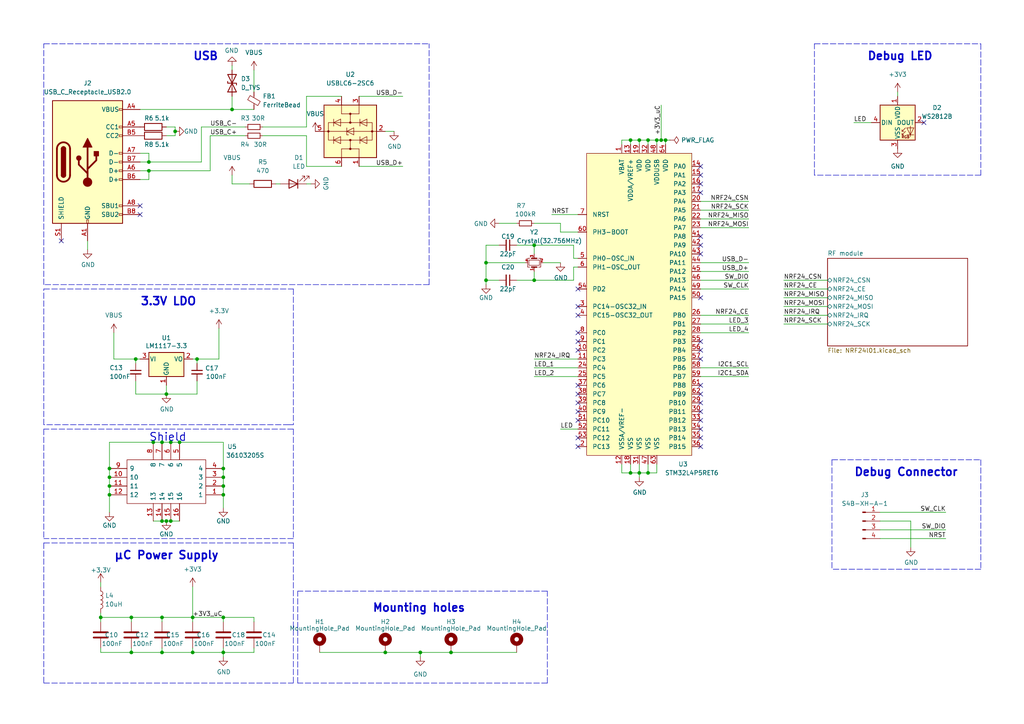
<source format=kicad_sch>
(kicad_sch (version 20211123) (generator eeschema)
  (paper "A4")
  (lib_symbols
    (symbol "36103205S:36103205S" (pin_names (offset 0.762))
      (property "Reference" "U" (at 19.05 12.7 0))
      (property "Value" "36103205S" (at 19.05 10.16 0))
      (symbol "36103205S_0_0"
        (pin passive line (at 7.62 -20.32 90) (length 5.08) (name "1") (number "1"))
        (pin passive line (at 12.7 12.7 270) (length 5.08) (name "10") (number "10"))
        (pin passive line (at 10.16 12.7 270) (length 5.08) (name "11") (number "11"))
        (pin passive line (at 7.62 12.7 270) (length 5.08) (name "12") (number "12"))
        (pin passive line (at 0 0 0) (length 5.08) (name "13") (number "13"))
        (pin passive line (at 0 -2.54 0) (length 5.08) (name "14") (number "14"))
        (pin passive line (at 0 -5.08 0) (length 5.08) (name "15") (number "15"))
        (pin passive line (at 0 -7.62 0) (length 5.08) (name "16") (number "16"))
        (pin passive line (at 10.16 -20.32 90) (length 5.08) (name "2") (number "2"))
        (pin passive line (at 12.7 -20.32 90) (length 5.08) (name "3") (number "3"))
        (pin passive line (at 15.24 -20.32 90) (length 5.08) (name "4") (number "4"))
        (pin passive line (at 22.86 -7.62 180) (length 5.08) (name "5") (number "5"))
        (pin passive line (at 22.86 -5.08 180) (length 5.08) (name "6") (number "6"))
        (pin passive line (at 22.86 -2.54 180) (length 5.08) (name "7") (number "7"))
        (pin passive line (at 22.86 0 180) (length 5.08) (name "8") (number "8"))
        (pin passive line (at 15.24 12.7 270) (length 5.08) (name "9") (number "9"))
      )
    )
    (symbol "Connector:Conn_01x04_Male" (pin_names (offset 1.016) hide)
      (property "Reference" "J" (at 0 5.08 0))
      (property "Value" "Conn_01x04_Male" (at 0 -7.62 0))
      (symbol "Conn_01x04_Male_1_1"
        (pin passive line (at 5.08 2.54 180) (length 3.81) (name "Pin_1") (number "1"))
        (pin passive line (at 5.08 0 180) (length 3.81) (name "Pin_2") (number "2"))
        (pin passive line (at 5.08 -2.54 180) (length 3.81) (name "Pin_3") (number "3"))
        (pin passive line (at 5.08 -5.08 180) (length 3.81) (name "Pin_4") (number "4"))
      )
    )
    (symbol "Connector:USB_C_Receptacle_USB2.0" (pin_names (offset 1.016))
      (property "Reference" "J" (at -10.16 19.05 0))
      (property "Value" "USB_C_Receptacle_USB2.0" (at 19.05 19.05 0))
      (symbol "USB_C_Receptacle_USB2.0_1_1"
        (pin passive line (at 0 -22.86 90) (length 5.08) (name "GND") (number "A1"))
        (pin passive line (at 0 -22.86 90) (length 5.08) hide (name "GND") (number "A12"))
        (pin passive line (at 15.24 15.24 180) (length 5.08) (name "VBUS") (number "A4"))
        (pin bidirectional line (at 15.24 10.16 180) (length 5.08) (name "CC1") (number "A5"))
        (pin bidirectional line (at 15.24 -2.54 180) (length 5.08) (name "D+") (number "A6"))
        (pin bidirectional line (at 15.24 2.54 180) (length 5.08) (name "D-") (number "A7"))
        (pin bidirectional line (at 15.24 -12.7 180) (length 5.08) (name "SBU1") (number "A8"))
        (pin passive line (at 15.24 15.24 180) (length 5.08) hide (name "VBUS") (number "A9"))
        (pin passive line (at 0 -22.86 90) (length 5.08) hide (name "GND") (number "B1"))
        (pin passive line (at 0 -22.86 90) (length 5.08) hide (name "GND") (number "B12"))
        (pin passive line (at 15.24 15.24 180) (length 5.08) hide (name "VBUS") (number "B4"))
        (pin bidirectional line (at 15.24 7.62 180) (length 5.08) (name "CC2") (number "B5"))
        (pin bidirectional line (at 15.24 -5.08 180) (length 5.08) (name "D+") (number "B6"))
        (pin bidirectional line (at 15.24 0 180) (length 5.08) (name "D-") (number "B7"))
        (pin bidirectional line (at 15.24 -15.24 180) (length 5.08) (name "SBU2") (number "B8"))
        (pin passive line (at 15.24 15.24 180) (length 5.08) hide (name "VBUS") (number "B9"))
        (pin passive line (at -7.62 -22.86 90) (length 5.08) (name "SHIELD") (number "S1"))
      )
    )
    (symbol "Device:C" (pin_numbers hide) (pin_names (offset 0.254))
      (property "Reference" "C" (at 0.635 2.54 0))
      (property "Value" "C" (at 0.635 -2.54 0))
      (symbol "C_1_1"
        (pin passive line (at 0 3.81 270) (length 2.794) (name "~") (number "1"))
        (pin passive line (at 0 -3.81 90) (length 2.794) (name "~") (number "2"))
      )
    )
    (symbol "Device:C_Small" (pin_numbers hide) (pin_names (offset 0.254) hide)
      (property "Reference" "C" (at 0.254 1.778 0))
      (property "Value" "C_Small" (at 0.254 -2.032 0))
      (symbol "C_Small_1_1"
        (pin passive line (at 0 2.54 270) (length 2.032) (name "~") (number "1"))
        (pin passive line (at 0 -2.54 90) (length 2.032) (name "~") (number "2"))
      )
    )
    (symbol "Device:Crystal_GND24_Small" (pin_names (offset 1.016) hide)
      (property "Reference" "Y" (at 1.27 4.445 0))
      (property "Value" "Crystal_GND24_Small" (at 1.27 2.54 0))
      (symbol "Crystal_GND24_Small_1_1"
        (pin passive line (at -2.54 0 0) (length 1.27) (name "1") (number "1"))
        (pin passive line (at 0 -2.54 90) (length 0.635) (name "2") (number "2"))
        (pin passive line (at 2.54 0 180) (length 1.27) (name "3") (number "3"))
        (pin passive line (at 0 2.54 270) (length 0.635) (name "4") (number "4"))
      )
    )
    (symbol "Device:D_TVS" (pin_numbers hide) (pin_names (offset 1.016) hide)
      (property "Reference" "D" (at 0 2.54 0))
      (property "Value" "D_TVS" (at 0 -2.54 0))
      (symbol "D_TVS_1_1"
        (pin passive line (at -3.81 0 0) (length 2.54) (name "A1") (number "1"))
        (pin passive line (at 3.81 0 180) (length 2.54) (name "A2") (number "2"))
      )
    )
    (symbol "Device:FerriteBead_Small" (pin_numbers hide) (pin_names (offset 0))
      (property "Reference" "FB" (at 1.905 1.27 0))
      (property "Value" "FerriteBead_Small" (at 1.905 -1.27 0))
      (symbol "FerriteBead_Small_1_1"
        (pin passive line (at 0 2.54 270) (length 1.27) (name "~") (number "1"))
        (pin passive line (at 0 -2.54 90) (length 1.27) (name "~") (number "2"))
      )
    )
    (symbol "Device:L" (pin_numbers hide) (pin_names (offset 1.016) hide)
      (property "Reference" "L" (at -1.27 0 90))
      (property "Value" "L" (at 1.905 0 90))
      (symbol "L_1_1"
        (pin passive line (at 0 3.81 270) (length 1.27) (name "1") (number "1"))
        (pin passive line (at 0 -3.81 90) (length 1.27) (name "2") (number "2"))
      )
    )
    (symbol "Device:LED" (pin_numbers hide) (pin_names (offset 1.016) hide)
      (property "Reference" "D" (at 0 2.54 0))
      (property "Value" "LED" (at 0 -2.54 0))
      (symbol "LED_1_1"
        (pin passive line (at -3.81 0 0) (length 2.54) (name "K") (number "1"))
        (pin passive line (at 3.81 0 180) (length 2.54) (name "A") (number "2"))
      )
    )
    (symbol "Device:R" (pin_numbers hide) (pin_names (offset 0))
      (property "Reference" "R" (at 2.032 0 90))
      (property "Value" "R" (at 0 0 90))
      (symbol "R_1_1"
        (pin passive line (at 0 3.81 270) (length 1.27) (name "~") (number "1"))
        (pin passive line (at 0 -3.81 90) (length 1.27) (name "~") (number "2"))
      )
    )
    (symbol "Device:R_Small" (pin_numbers hide) (pin_names (offset 0.254) hide)
      (property "Reference" "R" (at 0.762 0.508 0))
      (property "Value" "R_Small" (at 0.762 -1.016 0))
      (symbol "R_Small_1_1"
        (pin passive line (at 0 2.54 270) (length 0.762) (name "~") (number "1"))
        (pin passive line (at 0 -2.54 90) (length 0.762) (name "~") (number "2"))
      )
    )
    (symbol "LED:WS2812B" (pin_names (offset 0.254))
      (property "Reference" "D" (at 5.08 5.715 0))
      (property "Value" "WS2812B" (at 1.27 -5.715 0))
      (symbol "WS2812B_0_0"
        (text "RGB" (at 2.286 -4.191 0) (effects (font (size 0.762 0.762))))
      )
      (symbol "WS2812B_1_1"
        (pin power_in line (at 0 7.62 270) (length 2.54) (name "VDD") (number "1"))
        (pin output line (at 7.62 0 180) (length 2.54) (name "DOUT") (number "2"))
        (pin power_in line (at 0 -7.62 90) (length 2.54) (name "VSS") (number "3"))
        (pin input line (at -7.62 0 0) (length 2.54) (name "DIN") (number "4"))
      )
    )
    (symbol "Mechanical:MountingHole_Pad" (pin_numbers hide) (pin_names (offset 1.016) hide)
      (property "Reference" "H" (at 0 6.35 0))
      (property "Value" "MountingHole_Pad" (at 0 4.445 0))
      (symbol "MountingHole_Pad_1_1"
        (pin input line (at 0 -2.54 90) (length 2.54) (name "1") (number "1"))
      )
    )
    (symbol "Power_Protection:USBLC6-2SC6" (pin_names hide)
      (property "Reference" "U" (at 2.54 8.89 0))
      (property "Value" "USBLC6-2SC6" (at 2.54 -8.89 0))
      (symbol "USBLC6-2SC6_1_1"
        (pin passive line (at -10.16 -2.54 0) (length 2.54) (name "I/O1") (number "1"))
        (pin passive line (at 0 -10.16 90) (length 2.54) (name "GND") (number "2"))
        (pin passive line (at 10.16 -2.54 180) (length 2.54) (name "I/O2") (number "3"))
        (pin passive line (at 10.16 2.54 180) (length 2.54) (name "I/O2") (number "4"))
        (pin passive line (at 0 10.16 270) (length 2.54) (name "VBUS") (number "5"))
        (pin passive line (at -10.16 2.54 0) (length 2.54) (name "I/O1") (number "6"))
      )
    )
    (symbol "Regulator_Linear:LM1117-3.3" (pin_names (offset 0.254))
      (property "Reference" "U" (at -3.81 3.175 0))
      (property "Value" "LM1117-3.3" (at 0 3.175 0))
      (symbol "LM1117-3.3_1_1"
        (pin power_in line (at 0 -7.62 90) (length 2.54) (name "GND") (number "1"))
        (pin power_out line (at 7.62 0 180) (length 2.54) (name "VO") (number "2"))
        (pin power_in line (at -7.62 0 0) (length 2.54) (name "VI") (number "3"))
      )
    )
    (symbol "power:+3.3V" (power) (pin_names (offset 0))
      (property "Value" "+3.3V" (at 0 3.556 0))
      (symbol "+3.3V_1_1"
        (pin power_in line (at 0 0 90) (length 0) hide (name "+3.3V") (number "1"))
      )
    )
    (symbol "power:+3V3" (power) (pin_names (offset 0))
      (property "Value" "+3V3" (at 0 3.556 0))
      (symbol "+3V3_1_1"
        (pin power_in line (at 0 0 90) (length 0) hide (name "+3V3") (number "1"))
      )
    )
    (symbol "power:GND" (power) (pin_names (offset 0))
      (property "Value" "GND" (at 0 -3.81 0))
      (symbol "GND_1_1"
        (pin power_in line (at 0 0 270) (length 0) hide (name "GND") (number "1"))
      )
    )
    (symbol "power:PWR_FLAG" (power) (pin_numbers hide) (pin_names (offset 0) hide)
      (property "Value" "PWR_FLAG" (at 0 3.81 0))
      (symbol "PWR_FLAG_0_0"
        (pin power_out line (at 0 0 90) (length 0) (name "pwr") (number "1"))
      )
    )
    (symbol "power:VBUS" (power) (pin_names (offset 0))
      (property "Value" "VBUS" (at 0 3.81 0))
      (symbol "VBUS_1_1"
        (pin power_in line (at 0 0 90) (length 0) hide (name "VBUS") (number "1"))
      )
    )
    (symbol "telemetria_receiver_2022-rescue:STM32L4P5RET6-STM32L4P5RET6" (pin_names (offset 1.6256))
      (property "Reference" "U" (at 0 -55.88 0))
      (property "Value" "STM32L4P5RET6-STM32L4P5RET6" (at 0 -59.69 0))
      (symbol "STM32L4P5RET6-STM32L4P5RET6_0_0"
        (pin power_in line (at -5.08 44.45 270) (length 2.54) (name "VBAT") (number "1"))
        (pin bidirectional line (at -17.78 -15.24 0) (length 2.54) (name "PC2") (number "10"))
        (pin bidirectional line (at -17.78 -17.78 0) (length 2.54) (name "PC3") (number "11"))
        (pin power_in line (at -5.08 -48.26 90) (length 2.54) (name "VSSA/VREF-") (number "12"))
        (pin power_in line (at -2.54 44.45 270) (length 2.54) (name "VDDA/VREF+") (number "13"))
        (pin bidirectional line (at 17.78 38.1 180) (length 2.54) (name "PA0") (number "14"))
        (pin bidirectional line (at 17.78 35.56 180) (length 2.54) (name "PA1") (number "15"))
        (pin bidirectional line (at 17.78 33.02 180) (length 2.54) (name "PA2") (number "16"))
        (pin bidirectional line (at 17.78 30.48 180) (length 2.54) (name "PA3") (number "17"))
        (pin power_in line (at -2.54 -48.26 90) (length 2.54) (name "VSS") (number "18"))
        (pin power_in line (at 0 44.45 270) (length 2.54) (name "VDD") (number "19"))
        (pin bidirectional line (at -17.78 -43.18 0) (length 2.54) (name "PC13") (number "2"))
        (pin bidirectional line (at 17.78 27.94 180) (length 2.54) (name "PA4") (number "20"))
        (pin bidirectional line (at 17.78 25.4 180) (length 2.54) (name "PA5") (number "21"))
        (pin bidirectional line (at 17.78 22.86 180) (length 2.54) (name "PA6") (number "22"))
        (pin bidirectional line (at 17.78 20.32 180) (length 2.54) (name "PA7") (number "23"))
        (pin bidirectional line (at -17.78 -20.32 0) (length 2.54) (name "PC4") (number "24"))
        (pin bidirectional line (at -17.78 -22.86 0) (length 2.54) (name "PC5") (number "25"))
        (pin bidirectional line (at 17.78 -5.08 180) (length 2.54) (name "PB0") (number "26"))
        (pin bidirectional line (at 17.78 -7.62 180) (length 2.54) (name "PB1") (number "27"))
        (pin bidirectional line (at 17.78 -10.16 180) (length 2.54) (name "PB2") (number "28"))
        (pin bidirectional line (at 17.78 -30.48 180) (length 2.54) (name "PB10") (number "29"))
        (pin bidirectional line (at -17.78 -2.54 0) (length 2.54) (name "PC14-OSC32_IN") (number "3"))
        (pin bidirectional line (at 17.78 -33.02 180) (length 2.54) (name "PB11") (number "30"))
        (pin power_in line (at 0 -48.26 90) (length 2.54) (name "VSS") (number "31"))
        (pin power_in line (at 2.54 44.45 270) (length 2.54) (name "VDD") (number "32"))
        (pin bidirectional line (at 17.78 -35.56 180) (length 2.54) (name "PB12") (number "33"))
        (pin bidirectional line (at 17.78 -38.1 180) (length 2.54) (name "PB13") (number "34"))
        (pin bidirectional line (at 17.78 -40.64 180) (length 2.54) (name "PB14") (number "35"))
        (pin bidirectional line (at 17.78 -43.18 180) (length 2.54) (name "PB15") (number "36"))
        (pin bidirectional line (at -17.78 -25.4 0) (length 2.54) (name "PC6") (number "37"))
        (pin bidirectional line (at -17.78 -27.94 0) (length 2.54) (name "PC7") (number "38"))
        (pin bidirectional line (at -17.78 -30.48 0) (length 2.54) (name "PC8") (number "39"))
        (pin bidirectional line (at -17.78 -5.08 0) (length 2.54) (name "PC15-OSC32_OUT") (number "4"))
        (pin bidirectional line (at -17.78 -33.02 0) (length 2.54) (name "PC9") (number "40"))
        (pin bidirectional line (at 17.78 17.78 180) (length 2.54) (name "PA8") (number "41"))
        (pin bidirectional line (at 17.78 15.24 180) (length 2.54) (name "PA9") (number "42"))
        (pin bidirectional line (at 17.78 12.7 180) (length 2.54) (name "PA10") (number "43"))
        (pin bidirectional line (at 17.78 10.16 180) (length 2.54) (name "PA11") (number "44"))
        (pin bidirectional line (at 17.78 7.62 180) (length 2.54) (name "PA12") (number "45"))
        (pin bidirectional line (at 17.78 5.08 180) (length 2.54) (name "PA13") (number "46"))
        (pin power_in line (at 2.54 -48.26 90) (length 2.54) (name "VSS") (number "47"))
        (pin power_in line (at 5.08 44.45 270) (length 2.54) (name "VDDUSB") (number "48"))
        (pin bidirectional line (at 17.78 2.54 180) (length 2.54) (name "PA14") (number "49"))
        (pin input line (at -17.78 11.43 0) (length 2.54) (name "PH0-OSC_IN") (number "5"))
        (pin bidirectional line (at 17.78 0 180) (length 2.54) (name "PA15") (number "50"))
        (pin bidirectional line (at -17.78 -35.56 0) (length 2.54) (name "PC10") (number "51"))
        (pin bidirectional line (at -17.78 -38.1 0) (length 2.54) (name "PC11") (number "52"))
        (pin bidirectional line (at -17.78 -40.64 0) (length 2.54) (name "PC12") (number "53"))
        (pin bidirectional line (at -17.78 2.54 0) (length 2.54) (name "PD2") (number "54"))
        (pin bidirectional line (at 17.78 -12.7 180) (length 2.54) (name "PB3") (number "55"))
        (pin bidirectional line (at 17.78 -15.24 180) (length 2.54) (name "PB4") (number "56"))
        (pin bidirectional line (at 17.78 -17.78 180) (length 2.54) (name "PB5") (number "57"))
        (pin bidirectional line (at 17.78 -20.32 180) (length 2.54) (name "PB6") (number "58"))
        (pin bidirectional line (at 17.78 -22.86 180) (length 2.54) (name "PB7") (number "59"))
        (pin input line (at -17.78 8.89 0) (length 2.54) (name "PH1-OSC_OUT") (number "6"))
        (pin input line (at -17.78 19.05 0) (length 2.54) (name "PH3-BOOT") (number "60"))
        (pin bidirectional line (at 17.78 -25.4 180) (length 2.54) (name "PB8") (number "61"))
        (pin bidirectional line (at 17.78 -27.94 180) (length 2.54) (name "PB9") (number "62"))
        (pin power_in line (at 5.08 -48.26 90) (length 2.54) (name "VSS") (number "63"))
        (pin power_in line (at 7.62 44.45 270) (length 2.54) (name "VDD") (number "64"))
        (pin input line (at -17.78 24.13 0) (length 2.54) (name "NRST") (number "7"))
        (pin bidirectional line (at -17.78 -10.16 0) (length 2.54) (name "PC0") (number "8"))
        (pin bidirectional line (at -17.78 -12.7 0) (length 2.54) (name "PC1") (number "9"))
      )
    )
  )
  (junction (at 193.04 40.64))
  (junction (at 111.76 189.23))
  (junction (at 154.94 81.28))
  (junction (at 31.75 140.97))
  (junction (at 191.77 40.64))
  (junction (at 154.94 71.12))
  (junction (at 46.99 151.13))
  (junction (at 64.77 140.97))
  (junction (at 185.42 137.16))
  (junction (at 43.18 49.53))
  (junction (at 31.75 138.43))
  (junction (at 190.5 40.64))
  (junction (at 182.88 137.16))
  (junction (at 44.45 128.27))
  (junction (at 130.81 189.23))
  (junction (at 64.77 189.23))
  (junction (at 182.88 40.64))
  (junction (at 57.15 104.14))
  (junction (at 31.75 143.51))
  (junction (at 38.1 189.23))
  (junction (at 49.53 151.13))
  (junction (at 67.31 31.75))
  (junction (at 46.99 128.27))
  (junction (at 38.1 179.07))
  (junction (at 140.97 81.28))
  (junction (at 185.42 40.64))
  (junction (at 49.53 128.27))
  (junction (at 64.77 179.07))
  (junction (at 46.99 179.07))
  (junction (at 187.96 137.16))
  (junction (at 55.88 189.23))
  (junction (at 121.92 189.23))
  (junction (at 64.77 143.51))
  (junction (at 48.26 151.13))
  (junction (at 55.88 179.07))
  (junction (at 140.97 76.2))
  (junction (at 46.99 189.23))
  (junction (at 43.18 46.99))
  (junction (at 52.07 128.27))
  (junction (at 187.96 40.64))
  (junction (at 31.75 135.89))
  (junction (at 48.26 114.3))
  (junction (at 64.77 138.43))
  (junction (at 39.37 104.14))
  (junction (at 29.21 179.07))
  (junction (at 64.77 135.89))
  (junction (at 50.8 38.1))
  (no_connect (at 203.2 119.38))
  (no_connect (at 203.2 116.84))
  (no_connect (at 203.2 114.3))
  (no_connect (at 167.64 111.76))
  (no_connect (at 167.64 114.3))
  (no_connect (at 203.2 86.36))
  (no_connect (at 203.2 68.58))
  (no_connect (at 203.2 99.06))
  (no_connect (at 203.2 53.34))
  (no_connect (at 203.2 129.54))
  (no_connect (at 167.64 101.6))
  (no_connect (at 203.2 127))
  (no_connect (at 203.2 124.46))
  (no_connect (at 267.97 35.56))
  (no_connect (at 203.2 121.92))
  (no_connect (at 203.2 48.26))
  (no_connect (at 203.2 101.6))
  (no_connect (at 203.2 73.66))
  (no_connect (at 203.2 104.14))
  (no_connect (at 167.64 91.44))
  (no_connect (at 203.2 71.12))
  (no_connect (at 167.64 96.52))
  (no_connect (at 167.64 99.06))
  (no_connect (at 203.2 55.88))
  (no_connect (at 167.64 116.84))
  (no_connect (at 167.64 83.82))
  (no_connect (at 167.64 127))
  (no_connect (at 167.64 121.92))
  (no_connect (at 167.64 119.38))
  (no_connect (at 167.64 88.9))
  (no_connect (at 40.64 59.69))
  (no_connect (at 40.64 62.23))
  (no_connect (at 17.78 69.85))
  (no_connect (at 167.64 129.54))
  (no_connect (at 203.2 111.76))
  (no_connect (at 203.2 50.8))
  (wire (pts (xy 64.77 135.89) (xy 64.77 138.43)))
  (wire (pts (xy 162.56 67.31) (xy 162.56 64.77)))
  (wire (pts (xy 88.9 48.26) (xy 88.9 39.37)))
  (polyline (pts (xy 12.7 82.55) (xy 12.7 12.7)))
  (wire (pts (xy 81.28 53.34) (xy 80.01 53.34)))
  (wire (pts (xy 217.17 76.2) (xy 203.2 76.2)))
  (wire (pts (xy 55.88 180.34) (xy 55.88 179.07)))
  (wire (pts (xy 64.77 140.97) (xy 64.77 143.51)))
  (wire (pts (xy 46.99 128.27) (xy 49.53 128.27)))
  (wire (pts (xy 130.81 189.23) (xy 149.86 189.23)))
  (wire (pts (xy 43.18 49.53) (xy 40.64 49.53)))
  (polyline (pts (xy 284.48 165.1) (xy 241.3 165.1)))
  (polyline (pts (xy 12.7 123.19) (xy 12.7 83.82)))
  (polyline (pts (xy 284.48 12.7) (xy 284.48 50.8)))
  (wire (pts (xy 58.42 46.99) (xy 58.42 36.83)))
  (wire (pts (xy 154.94 71.12) (xy 154.94 73.66)))
  (wire (pts (xy 33.02 104.14) (xy 39.37 104.14)))
  (wire (pts (xy 55.88 104.14) (xy 57.15 104.14)))
  (polyline (pts (xy 12.7 124.46) (xy 12.7 156.21)))
  (wire (pts (xy 48.26 114.3) (xy 57.15 114.3)))
  (wire (pts (xy 90.17 53.34) (xy 88.9 53.34)))
  (polyline (pts (xy 241.3 133.35) (xy 241.3 165.1)))
  (wire (pts (xy 63.5 95.25) (xy 63.5 104.14)))
  (wire (pts (xy 46.99 151.13) (xy 48.26 151.13)))
  (polyline (pts (xy 83.82 123.19) (xy 12.7 123.19)))
  (wire (pts (xy 154.94 106.68) (xy 167.64 106.68)))
  (wire (pts (xy 185.42 138.43) (xy 185.42 137.16)))
  (wire (pts (xy 166.37 77.47) (xy 167.64 77.47)))
  (wire (pts (xy 217.17 109.22) (xy 203.2 109.22)))
  (wire (pts (xy 48.26 151.13) (xy 49.53 151.13)))
  (wire (pts (xy 57.15 105.41) (xy 57.15 104.14)))
  (wire (pts (xy 67.31 19.05) (xy 67.31 20.32)))
  (wire (pts (xy 185.42 40.64) (xy 187.96 40.64)))
  (wire (pts (xy 88.9 27.94) (xy 88.9 36.83)))
  (polyline (pts (xy 85.09 83.82) (xy 85.09 123.19)))
  (wire (pts (xy 154.94 78.74) (xy 154.94 81.28)))
  (wire (pts (xy 140.97 71.12) (xy 144.78 71.12)))
  (polyline (pts (xy 85.09 157.48) (xy 85.09 198.12)))
  (wire (pts (xy 149.86 71.12) (xy 154.94 71.12)))
  (wire (pts (xy 73.66 187.96) (xy 73.66 189.23)))
  (wire (pts (xy 57.15 114.3) (xy 57.15 110.49)))
  (wire (pts (xy 180.34 40.64) (xy 182.88 40.64)))
  (wire (pts (xy 39.37 104.14) (xy 40.64 104.14)))
  (wire (pts (xy 38.1 180.34) (xy 38.1 179.07)))
  (wire (pts (xy 60.96 49.53) (xy 43.18 49.53)))
  (wire (pts (xy 64.77 179.07) (xy 73.66 179.07)))
  (wire (pts (xy 121.92 189.23) (xy 130.81 189.23)))
  (wire (pts (xy 185.42 40.64) (xy 182.88 40.64)))
  (wire (pts (xy 99.06 27.94) (xy 88.9 27.94)))
  (wire (pts (xy 25.4 69.85) (xy 25.4 72.39)))
  (wire (pts (xy 64.77 187.96) (xy 64.77 189.23)))
  (wire (pts (xy 185.42 137.16) (xy 182.88 137.16)))
  (wire (pts (xy 43.18 44.45) (xy 43.18 46.99)))
  (wire (pts (xy 203.2 66.04) (xy 217.17 66.04)))
  (wire (pts (xy 43.18 46.99) (xy 58.42 46.99)))
  (wire (pts (xy 58.42 36.83) (xy 71.12 36.83)))
  (wire (pts (xy 64.77 189.23) (xy 64.77 190.5)))
  (wire (pts (xy 227.33 88.9) (xy 240.03 88.9)))
  (wire (pts (xy 255.27 153.67) (xy 274.32 153.67)))
  (wire (pts (xy 38.1 179.07) (xy 29.21 179.07)))
  (polyline (pts (xy 83.82 123.19) (xy 85.09 123.19)))
  (wire (pts (xy 46.99 179.07) (xy 38.1 179.07)))
  (polyline (pts (xy 241.3 133.35) (xy 284.48 133.35)))
  (wire (pts (xy 154.94 81.28) (xy 166.37 81.28)))
  (wire (pts (xy 29.21 187.96) (xy 29.21 189.23)))
  (wire (pts (xy 64.77 179.07) (xy 55.88 179.07)))
  (wire (pts (xy 162.56 124.46) (xy 167.64 124.46)))
  (wire (pts (xy 48.26 36.83) (xy 50.8 36.83)))
  (wire (pts (xy 180.34 137.16) (xy 180.34 134.62)))
  (wire (pts (xy 217.17 106.68) (xy 203.2 106.68)))
  (wire (pts (xy 140.97 76.2) (xy 140.97 81.28)))
  (wire (pts (xy 190.5 137.16) (xy 187.96 137.16)))
  (wire (pts (xy 187.96 137.16) (xy 185.42 137.16)))
  (wire (pts (xy 73.66 180.34) (xy 73.66 179.07)))
  (polyline (pts (xy 12.7 12.7) (xy 124.46 12.7)))
  (wire (pts (xy 166.37 71.12) (xy 166.37 74.93)))
  (wire (pts (xy 264.16 151.13) (xy 264.16 158.75)))
  (wire (pts (xy 185.42 134.62) (xy 185.42 137.16)))
  (wire (pts (xy 140.97 81.28) (xy 144.78 81.28)))
  (wire (pts (xy 67.31 50.8) (xy 67.31 53.34)))
  (wire (pts (xy 64.77 179.07) (xy 64.77 180.34)))
  (wire (pts (xy 149.86 81.28) (xy 154.94 81.28)))
  (wire (pts (xy 31.75 128.27) (xy 44.45 128.27)))
  (wire (pts (xy 187.96 40.64) (xy 190.5 40.64)))
  (wire (pts (xy 187.96 134.62) (xy 187.96 137.16)))
  (polyline (pts (xy 124.46 82.55) (xy 124.46 12.7)))
  (wire (pts (xy 67.31 53.34) (xy 72.39 53.34)))
  (wire (pts (xy 154.94 109.22) (xy 167.64 109.22)))
  (wire (pts (xy 40.64 52.07) (xy 43.18 52.07)))
  (wire (pts (xy 203.2 63.5) (xy 217.17 63.5)))
  (polyline (pts (xy 236.22 50.8) (xy 236.22 12.7)))
  (wire (pts (xy 46.99 179.07) (xy 46.99 180.34)))
  (wire (pts (xy 203.2 60.96) (xy 217.17 60.96)))
  (wire (pts (xy 111.76 189.23) (xy 121.92 189.23)))
  (wire (pts (xy 217.17 81.28) (xy 203.2 81.28)))
  (wire (pts (xy 217.17 91.44) (xy 203.2 91.44)))
  (wire (pts (xy 154.94 71.12) (xy 166.37 71.12)))
  (wire (pts (xy 33.02 96.52) (xy 33.02 104.14)))
  (wire (pts (xy 39.37 110.49) (xy 39.37 114.3)))
  (wire (pts (xy 180.34 41.91) (xy 180.34 40.64)))
  (wire (pts (xy 260.35 26.67) (xy 260.35 27.94)))
  (wire (pts (xy 49.53 151.13) (xy 52.07 151.13)))
  (wire (pts (xy 203.2 58.42) (xy 217.17 58.42)))
  (wire (pts (xy 140.97 71.12) (xy 140.97 76.2)))
  (polyline (pts (xy 284.48 50.8) (xy 236.22 50.8)))
  (wire (pts (xy 31.75 135.89) (xy 31.75 138.43)))
  (wire (pts (xy 55.88 179.07) (xy 46.99 179.07)))
  (wire (pts (xy 67.31 31.75) (xy 73.66 31.75)))
  (wire (pts (xy 46.99 187.96) (xy 46.99 189.23)))
  (wire (pts (xy 190.5 41.91) (xy 190.5 40.64)))
  (wire (pts (xy 182.88 134.62) (xy 182.88 137.16)))
  (wire (pts (xy 39.37 114.3) (xy 48.26 114.3)))
  (polyline (pts (xy 85.09 124.46) (xy 12.7 124.46)))
  (wire (pts (xy 76.2 36.83) (xy 88.9 36.83)))
  (wire (pts (xy 152.4 76.2) (xy 140.97 76.2)))
  (wire (pts (xy 50.8 39.37) (xy 48.26 39.37)))
  (wire (pts (xy 31.75 138.43) (xy 31.75 140.97)))
  (wire (pts (xy 50.8 36.83) (xy 50.8 38.1)))
  (polyline (pts (xy 85.09 124.46) (xy 85.09 156.21)))
  (wire (pts (xy 44.45 128.27) (xy 46.99 128.27)))
  (polyline (pts (xy 124.46 82.55) (xy 12.7 82.55)))
  (wire (pts (xy 217.17 83.82) (xy 203.2 83.82)))
  (wire (pts (xy 76.2 39.37) (xy 88.9 39.37)))
  (wire (pts (xy 140.97 81.28) (xy 140.97 82.55)))
  (wire (pts (xy 217.17 93.98) (xy 203.2 93.98)))
  (wire (pts (xy 55.88 189.23) (xy 46.99 189.23)))
  (wire (pts (xy 193.04 40.64) (xy 193.04 41.91)))
  (wire (pts (xy 64.77 135.89) (xy 64.77 128.27)))
  (polyline (pts (xy 12.7 83.82) (xy 85.09 83.82)))
  (wire (pts (xy 64.77 128.27) (xy 52.07 128.27)))
  (wire (pts (xy 190.5 40.64) (xy 191.77 40.64)))
  (wire (pts (xy 167.64 67.31) (xy 162.56 67.31)))
  (wire (pts (xy 55.88 170.18) (xy 55.88 179.07)))
  (wire (pts (xy 29.21 179.07) (xy 29.21 180.34)))
  (polyline (pts (xy 158.75 198.12) (xy 158.75 171.45)))
  (wire (pts (xy 185.42 41.91) (xy 185.42 40.64)))
  (wire (pts (xy 227.33 86.36) (xy 240.03 86.36)))
  (polyline (pts (xy 158.75 171.45) (xy 86.36 171.45)))
  (wire (pts (xy 40.64 44.45) (xy 43.18 44.45)))
  (wire (pts (xy 160.02 62.23) (xy 167.64 62.23)))
  (wire (pts (xy 121.92 189.23) (xy 121.92 190.5)))
  (wire (pts (xy 190.5 134.62) (xy 190.5 137.16)))
  (wire (pts (xy 166.37 74.93) (xy 167.64 74.93)))
  (wire (pts (xy 73.66 20.32) (xy 73.66 26.67)))
  (wire (pts (xy 40.64 31.75) (xy 67.31 31.75)))
  (wire (pts (xy 104.14 27.94) (xy 116.84 27.94)))
  (wire (pts (xy 217.17 96.52) (xy 203.2 96.52)))
  (wire (pts (xy 255.27 151.13) (xy 264.16 151.13)))
  (wire (pts (xy 191.77 40.64) (xy 193.04 40.64)))
  (wire (pts (xy 29.21 177.8) (xy 29.21 179.07)))
  (wire (pts (xy 162.56 64.77) (xy 154.94 64.77)))
  (wire (pts (xy 49.53 128.27) (xy 52.07 128.27)))
  (wire (pts (xy 255.27 148.59) (xy 274.32 148.59)))
  (wire (pts (xy 167.64 104.14) (xy 154.94 104.14)))
  (wire (pts (xy 92.71 189.23) (xy 111.76 189.23)))
  (polyline (pts (xy 284.48 133.35) (xy 284.48 165.1)))
  (wire (pts (xy 60.96 39.37) (xy 60.96 49.53)))
  (wire (pts (xy 99.06 48.26) (xy 88.9 48.26)))
  (wire (pts (xy 46.99 189.23) (xy 38.1 189.23)))
  (polyline (pts (xy 12.7 157.48) (xy 85.09 157.48)))
  (wire (pts (xy 64.77 189.23) (xy 73.66 189.23)))
  (wire (pts (xy 40.64 46.99) (xy 43.18 46.99)))
  (wire (pts (xy 104.14 48.26) (xy 116.84 48.26)))
  (wire (pts (xy 55.88 187.96) (xy 55.88 189.23)))
  (wire (pts (xy 63.5 104.14) (xy 57.15 104.14)))
  (wire (pts (xy 38.1 189.23) (xy 29.21 189.23)))
  (polyline (pts (xy 236.22 12.7) (xy 284.48 12.7)))
  (wire (pts (xy 182.88 41.91) (xy 182.88 40.64)))
  (wire (pts (xy 227.33 81.28) (xy 240.03 81.28)))
  (wire (pts (xy 64.77 138.43) (xy 64.77 140.97)))
  (wire (pts (xy 227.33 93.98) (xy 240.03 93.98)))
  (wire (pts (xy 43.18 52.07) (xy 43.18 49.53)))
  (wire (pts (xy 255.27 156.21) (xy 274.32 156.21)))
  (wire (pts (xy 217.17 78.74) (xy 203.2 78.74)))
  (wire (pts (xy 157.48 76.2) (xy 162.56 76.2)))
  (wire (pts (xy 39.37 104.14) (xy 39.37 105.41)))
  (wire (pts (xy 29.21 168.91) (xy 29.21 170.18)))
  (wire (pts (xy 48.26 111.76) (xy 48.26 114.3)))
  (wire (pts (xy 144.78 64.77) (xy 149.86 64.77)))
  (wire (pts (xy 64.77 189.23) (xy 55.88 189.23)))
  (wire (pts (xy 182.88 137.16) (xy 180.34 137.16)))
  (wire (pts (xy 194.31 40.64) (xy 193.04 40.64)))
  (wire (pts (xy 60.96 39.37) (xy 71.12 39.37)))
  (polyline (pts (xy 158.75 198.12) (xy 86.36 198.12)))
  (wire (pts (xy 187.96 41.91) (xy 187.96 40.64)))
  (polyline (pts (xy 12.7 198.12) (xy 85.09 198.12)))
  (wire (pts (xy 64.77 143.51) (xy 64.77 147.32)))
  (wire (pts (xy 247.65 35.56) (xy 252.73 35.56)))
  (wire (pts (xy 38.1 187.96) (xy 38.1 189.23)))
  (wire (pts (xy 44.45 151.13) (xy 46.99 151.13)))
  (polyline (pts (xy 85.09 156.21) (xy 12.7 156.21)))
  (wire (pts (xy 31.75 143.51) (xy 31.75 148.59)))
  (wire (pts (xy 166.37 81.28) (xy 166.37 77.47)))
  (wire (pts (xy 227.33 83.82) (xy 240.03 83.82)))
  (wire (pts (xy 50.8 38.1) (xy 50.8 39.37)))
  (wire (pts (xy 67.31 27.94) (xy 67.31 31.75)))
  (wire (pts (xy 227.33 91.44) (xy 240.03 91.44)))
  (wire (pts (xy 31.75 140.97) (xy 31.75 143.51)))
  (wire (pts (xy 111.76 38.1) (xy 114.3 38.1)))
  (polyline (pts (xy 86.36 198.12) (xy 86.36 171.45)))
  (wire (pts (xy 191.77 40.64) (xy 191.77 30.48)))
  (polyline (pts (xy 12.7 157.48) (xy 12.7 198.12)))
  (wire (pts (xy 31.75 135.89) (xy 31.75 128.27)))
  (text "USB" (at 55.88 17.78 0) (effects (font (size 2.3114 2.3114) bold) (justify left bottom)))
  (text "3.3V LDO" (at 40.64 88.9 0) (effects (font (size 2.3114 2.3114) bold) (justify left bottom)))
  (text "Debug Connector" (at 247.65 138.43 0) (effects (font (size 2.3114 2.3114) (thickness 0.4623) bold) (justify left bottom)))
  (text "Mounting holes\n" (at 107.95 177.8 0) (effects (font (size 2.3114 2.3114) (thickness 0.4623) bold) (justify left bottom)))
  (text "Debug LED\n" (at 251.46 17.78 0) (effects (font (size 2.3114 2.3114) (thickness 0.4623) bold) (justify left bottom)))
  (text "µC Power Supply " (at 33.02 162.56 0) (effects (font (size 2.3114 2.3114) (thickness 0.4623) bold) (justify left bottom)))
  (text "Shield" (at 43.18 128.27 0) (effects (font (size 2.3114 2.3114) (thickness 0.254) bold) (justify left bottom)))
  (label "USB_C+" (at 60.96 39.37 0))
  (label "NRF24_CSN" (at 217.17 58.42 180))
  (label "NRF24_CE" (at 217.17 91.44 180))
  (label "USB_D+" (at 116.84 48.26 180))
  (label "I2C1_SCL" (at 217.17 106.68 180))
  (label "USB_D-" (at 116.84 27.94 180))
  (label "LED_1" (at 154.94 106.68 0))
  (label "NRF24_CSN" (at 227.33 81.28 0))
  (label "LED_4" (at 217.17 96.52 180))
  (label "SW_DIO" (at 217.17 81.28 180))
  (label "USB_D-" (at 217.17 76.2 180))
  (label "LED_3" (at 217.17 93.98 180))
  (label "USB_D+" (at 217.17 78.74 180))
  (label "LED" (at 247.65 35.56 0))
  (label "NRF24_IRQ" (at 227.33 91.44 0))
  (label "NRF24_MISO" (at 227.33 86.36 0))
  (label "LED" (at 162.56 124.46 0))
  (label "LED_2" (at 154.94 109.22 0))
  (label "NRF24_MISO" (at 217.17 63.5 180))
  (label "+3V3_uC" (at 55.88 179.07 0))
  (label "NRST" (at 160.02 62.23 0))
  (label "+3V3_uC" (at 191.77 30.48 270))
  (label "NRF24_IRQ" (at 154.94 104.14 0))
  (label "SW_CLK" (at 217.17 83.82 180))
  (label "NRF24_SCK" (at 217.17 60.96 180))
  (label "SW_CLK" (at 274.32 148.59 180))
  (label "NRF24_SCK" (at 227.33 93.98 0))
  (label "SW_DIO" (at 274.32 153.67 180))
  (label "NRF24_CE" (at 227.33 83.82 0))
  (label "NRF24_MOSI" (at 227.33 88.9 0))
  (label "USB_C-" (at 60.96 36.83 0))
  (label "I2C1_SDA" (at 217.17 109.22 180))
  (label "NRST" (at 274.32 156.21 180))
  (label "NRF24_MOSI" (at 217.17 66.04 180))
  (symbol (lib_id "Device:FerriteBead_Small") (at 73.66 29.21 0) (unit 1)
    (property "Reference" "FB1" (at 76.2 27.9018 0) (effects (justify left)))
    (property "Value" "FerriteBead" (at 76.2 30.4418 0) (effects (justify left)))
    (property "Footprint" "Resistor_SMD:R_0603_1608Metric" (effects hide))
    (property "Datasheet" "https://www.mouser.pl/ProductDetail/Murata-Electronics/BLM18HE152SH1D?qs=vdi0iO8H4N1rw7arGlbEGA%3D%3D" (effects hide))
    (property "Manufacturer_Part_Number" "BLM18HE152SH1D " (effects hide))
    (property "Mouser Part Number" " 81-BLM18HE152SH1D " (effects hide))
    (property "Mouser Price/Stock" "1,30 zł " (effects hide))
  )
  (symbol (lib_id "power:GND") (at 162.56 76.2 0) (unit 1)
    (property "Reference" "#PWR0112" (effects hide))
    (property "Value" "GND" (at 162.687 80.5942 0))
  )
  (symbol (lib_id "power:GND") (at 48.26 151.13 0) (unit 1)
    (property "Reference" "#PWR0136" (effects hide))
    (property "Value" "GND" (at 48.26 154.94 0))
  )
  (symbol (lib_id "Regulator_Linear:LM1117-3.3") (at 48.26 104.14 0) (unit 1)
    (property "Reference" "U1" (at 48.26 97.9932 0))
    (property "Value" "LM1117-3.3" (at 48.26 100.3046 0))
    (property "Footprint" "Package_TO_SOT_SMD:SOT-223-3_TabPin2" (effects hide))
    (property "Datasheet" "http://www.ti.com/lit/ds/symlink/lm1117.pdf" (effects hide))
  )
  (symbol (lib_id "power:GND") (at 185.42 138.43 0) (unit 1)
    (property "Reference" "#PWR0101" (effects hide))
    (property "Value" "GND" (at 185.547 142.8242 0))
  )
  (symbol (lib_id "power:GND") (at 264.16 158.75 0) (unit 1)
    (property "Reference" "#PWR0113" (effects hide))
    (property "Value" "GND" (at 264.287 163.1442 0))
  )
  (symbol (lib_id "power:+3V3") (at 260.35 26.67 0) (unit 1)
    (property "Reference" "#PWR0102" (effects hide))
    (property "Value" "+3V3" (at 260.35 21.59 0))
  )
  (symbol (lib_id "Device:C") (at 29.21 184.15 0) (mirror y) (unit 1)
    (property "Reference" "C10" (at 34.29 184.15 0) (effects (justify left)))
    (property "Value" "100nF" (at 35.56 186.69 0) (effects (justify left)))
    (property "Footprint" "Capacitor_SMD:C_0402_1005Metric" (effects hide))
  )
  (symbol (lib_id "power:+3.3V") (at 29.21 168.91 0) (unit 1)
    (property "Reference" "#PWR0117" (effects hide))
    (property "Value" "+3.3V" (at 29.21 165.354 0))
  )
  (symbol (lib_id "Device:C") (at 64.77 184.15 0) (mirror y) (unit 1)
    (property "Reference" "C18" (at 71.12 184.15 0) (effects (justify left)))
    (property "Value" "100nF" (at 71.12 186.69 0) (effects (justify left)))
    (property "Footprint" "Capacitor_SMD:C_0402_1005Metric" (effects hide))
  )
  (symbol (lib_id "power:GND") (at 144.78 64.77 270) (unit 1)
    (property "Reference" "#PWR0115" (effects hide))
    (property "Value" "GND" (at 141.5288 64.897 90) (effects (justify right)))
  )
  (symbol (lib_id "Device:LED") (at 85.09 53.34 180) (unit 1)
    (property "Reference" "D1" (at 86.6775 45.72 0))
    (property "Value" "LED" (at 86.6775 48.26 0))
    (property "Footprint" "LED_SMD:LED_0603_1608Metric" (effects hide))
  )
  (symbol (lib_id "power:GND") (at 25.4 72.39 0) (unit 1)
    (property "Reference" "#PWR0111" (effects hide))
    (property "Value" "GND" (at 25.527 76.7842 0))
  )
  (symbol (lib_id "power:GND") (at 90.17 53.34 90) (unit 1)
    (property "Reference" "#PWR0108" (effects hide))
    (property "Value" "GND" (at 94.5642 53.213 0))
  )
  (symbol (lib_id "Device:C_Small") (at 147.32 71.12 270) (unit 1)
    (property "Reference" "C19" (at 147.32 68.58 90))
    (property "Value" "22pF" (at 147.32 73.66 90))
    (property "Footprint" "Capacitor_SMD:C_0402_1005Metric" (effects hide))
    (property "Datasheet" "https://www.mouser.pl/ProductDetail/KEMET/CBR04C220J5GACAUTO?qs=sGAEpiMZZMuMW9TJLBQkXqNEBDC7F1L5hfG1Cgyof7k%3D" (effects hide))
    (property "Manufacturer_Part_Number" "CBR04C220J5GACAUTO " (effects hide))
    (property "Mouser Part Number" "80-CBR04C220J5GAUTO" (effects hide))
    (property "Mouser Price/Stock" "1,01 zł " (effects hide))
  )
  (symbol (lib_id "power:GND") (at 48.26 114.3 0) (unit 1)
    (property "Reference" "#PWR0109" (effects hide))
    (property "Value" "GND" (at 48.387 118.6942 0))
  )
  (symbol (lib_id "Device:R") (at 76.2 53.34 270) (unit 1)
    (property "Reference" "R5" (at 76.2 46.99 90))
    (property "Value" "470" (at 76.2 49.53 90))
    (property "Footprint" "Resistor_SMD:R_0402_1005Metric" (effects hide))
    (property "Datasheet" "https://www.mouser.pl/ProductDetail/KOA-Speer/RN73H1ETTP4700B25?qs=sGAEpiMZZMvdGkrng054t2X2hYGb0FuJa%2FOBV5IKANE%3D" (effects hide))
    (property "Manufacturer_Part_Number" "RN73H1ETTP4700B25 " (effects hide))
    (property "Mouser Part Number" " 660-RN73H1ETP4700B25 " (effects hide))
    (property "Mouser Price/Stock" "3,39 zł " (effects hide))
  )
  (symbol (lib_id "Device:C") (at 55.88 184.15 0) (mirror y) (unit 1)
    (property "Reference" "C16" (at 60.96 184.15 0) (effects (justify left)))
    (property "Value" "100nF" (at 62.23 186.69 0) (effects (justify left)))
    (property "Footprint" "Capacitor_SMD:C_0402_1005Metric" (effects hide))
  )
  (symbol (lib_id "Device:R") (at 44.45 39.37 90) (unit 1)
    (property "Reference" "R8" (at 43.18 41.91 90))
    (property "Value" "5.1k" (at 46.99 41.91 90))
    (property "Footprint" "Resistor_SMD:R_0402_1005Metric" (effects hide))
    (property "Datasheet" "https://www.mouser.pl/ProductDetail/KOA-Speer/RN73H1ETTP5101B25?qs=sGAEpiMZZMvdGkrng054t2X2hYGb0FuJZ1WSyD47hIA%3D" (effects hide))
    (property "Manufacturer_Part_Number" "RN73H1ETTP5101B25 " (effects hide))
    (property "Mouser Part Number" " 660-RN73H1ETP5101B25 " (effects hide))
    (property "Mouser Price/Stock" "2,52 zł " (effects hide))
  )
  (symbol (lib_id "LED:WS2812B") (at 260.35 35.56 0) (unit 1)
    (property "Reference" "D2" (at 271.78 31.2293 0))
    (property "Value" "WS2812B" (at 271.78 33.7693 0))
    (property "Footprint" "LED_SMD:LED_WS2812B_PLCC4_5.0x5.0mm_P3.2mm" (effects hide))
    (property "Datasheet" "https://cdn-shop.adafruit.com/datasheets/WS2812B.pdf" (effects hide))
  )
  (symbol (lib_id "Device:C") (at 46.99 184.15 0) (mirror y) (unit 1)
    (property "Reference" "C15" (at 52.07 184.15 0) (effects (justify left)))
    (property "Value" "100nF" (at 53.34 186.69 0) (effects (justify left)))
    (property "Footprint" "Capacitor_SMD:C_0402_1005Metric" (effects hide))
  )
  (symbol (lib_id "power:GND") (at 121.92 190.5 0) (unit 1)
    (property "Reference" "#PWR0119" (effects hide))
    (property "Value" "GND" (at 121.92 195.58 0))
  )
  (symbol (lib_id "36103205S:36103205S") (at 44.45 151.13 90) (unit 1)
    (property "Reference" "U5" (at 67.31 129.54 90))
    (property "Value" "36103205S" (at 71.12 132.08 90))
    (property "Footprint" "Telemetry:36103205S" (effects hide))
    (property "Datasheet" "https://www.mouser.pl/ProductDetail/Wurth-Elektronik/36103205S?qs=HXFqYaX1Q2w8sSaBRvLrGw%3D%3D" (effects hide))
    (property "Manufacturer_Part_Number" "36103205S " (effects hide))
    (property "Mouser Part Number" "710-36103205S" (effects hide))
    (property "Mouser Price/Stock" "7,46 zł" (effects hide))
  )
  (symbol (lib_id "power:+3.3V") (at 63.5 95.25 0) (unit 1)
    (property "Reference" "#PWR0110" (effects hide))
    (property "Value" "+3.3V" (at 63.5 90.17 0))
  )
  (symbol (lib_id "Connector:USB_C_Receptacle_USB2.0") (at 25.4 46.99 0) (unit 1)
    (property "Reference" "J2" (at 25.4 24.13 0))
    (property "Value" "USB_C_Receptacle_USB2.0" (at 25.4 26.67 0))
    (property "Footprint" "Connector_USB:USB_C_Receptacle_HRO_TYPE-C-31-M-12" (effects hide))
    (property "Datasheet" "https://www.mouser.pl/ProductDetail/GCT/USB4105-GF-A?qs=KUoIvG%2F9IlY%2FMLlBMpStpA%3D%3D" (effects hide))
    (property "Manufacturer_Part_Number" "USB4105-GF-A" (effects hide))
    (property "Mouser Part Number" " 640-USB4105-GF-A " (effects hide))
    (property "Mouser Price/Stock" "3,90 zł " (effects hide))
  )
  (symbol (lib_id "Mechanical:MountingHole_Pad") (at 92.71 186.69 0) (unit 1)
    (property "Reference" "H1" (at 92.71 180.34 0))
    (property "Value" "MountingHole_Pad" (at 92.71 182.245 0))
    (property "Footprint" "MountingHole:MountingHole_3.2mm_M3_DIN965_Pad" (effects hide))
  )
  (symbol (lib_id "power:GND") (at 31.75 148.59 0) (unit 1)
    (property "Reference" "#PWR0116" (effects hide))
    (property "Value" "GND" (at 31.75 152.4 0))
  )
  (symbol (lib_id "Device:R_Small") (at 73.66 36.83 90) (mirror x) (unit 1)
    (property "Reference" "R3" (at 71.12 34.29 90))
    (property "Value" "30R" (at 74.93 34.29 90))
    (property "Footprint" "Resistor_SMD:R_0402_1005Metric" (effects hide))
    (property "Datasheet" "https://www.tme.eu/pl/details/smd0402-30r/rezystory-smd/royal-ohm/0402wgj0300tce/" (effects hide))
    (property "Manufacturer_Part_Number" "0402WGJ0300TCE" (effects hide))
    (property "Mouser Part Number" "SMD0402-30R" (effects hide))
    (property "Mouser Price/Stock" "0.04079" (effects hide))
  )
  (symbol (lib_id "power:GND") (at 67.31 19.05 180) (unit 1)
    (property "Reference" "#PWR0149" (effects hide))
    (property "Value" "GND" (at 67.183 14.6558 0))
  )
  (symbol (lib_id "Connector:Conn_01x04_Male") (at 250.19 151.13 0) (unit 1)
    (property "Reference" "J3" (at 250.825 143.51 0))
    (property "Value" "S4B-XH-A-1" (at 250.825 146.05 0))
    (property "Footprint" "Connector_PinSocket_2.54mm:PinSocket_1x04_P2.54mm_Vertical" (effects hide))
  )
  (symbol (lib_id "Device:R_Small") (at 73.66 39.37 90) (unit 1)
    (property "Reference" "R4" (at 72.39 41.91 90) (effects (justify left)))
    (property "Value" "30R" (at 77.47 41.91 90) (effects (justify left)))
    (property "Footprint" "Resistor_SMD:R_0402_1005Metric" (effects hide))
    (property "Datasheet" "https://www.tme.eu/pl/details/smd0402-30r/rezystory-smd/royal-ohm/0402wgj0300tce/" (effects hide))
    (property "Manufacturer_Part_Number" "0402WGJ0300TCE" (effects hide))
    (property "Mouser Part Number" "SMD0402-30R" (effects hide))
    (property "Mouser Price/Stock" "0.04079" (effects hide))
  )
  (symbol (lib_id "Device:C") (at 73.66 184.15 0) (mirror y) (unit 1)
    (property "Reference" "C14" (at 80.01 184.15 0) (effects (justify left)))
    (property "Value" "100nF" (at 80.01 186.69 0) (effects (justify left)))
    (property "Footprint" "Capacitor_SMD:C_0402_1005Metric" (effects hide))
  )
  (symbol (lib_id "Device:C_Small") (at 147.32 81.28 270) (unit 1)
    (property "Reference" "C20" (at 147.32 77.47 90))
    (property "Value" "22pF" (at 147.32 83.82 90))
    (property "Footprint" "Capacitor_SMD:C_0402_1005Metric" (effects hide))
    (property "Datasheet" "https://www.mouser.pl/ProductDetail/KEMET/CBR04C220J5GACAUTO?qs=sGAEpiMZZMuMW9TJLBQkXqNEBDC7F1L5hfG1Cgyof7k%3D" (effects hide))
    (property "Manufacturer_Part_Number" "CBR04C220J5GACAUTO " (effects hide))
    (property "Mouser Part Number" "80-CBR04C220J5GAUTO" (effects hide))
    (property "Mouser Price/Stock" "1,01 zł " (effects hide))
  )
  (symbol (lib_id "power:VBUS") (at 91.44 38.1 0) (unit 1)
    (property "Reference" "#PWR0107" (effects hide))
    (property "Value" "VBUS" (at 91.44 33.02 0))
  )
  (symbol (lib_id "power:GND") (at 260.35 43.18 0) (unit 1)
    (property "Reference" "#PWR0103" (effects hide))
    (property "Value" "GND" (at 260.35 48.26 0))
  )
  (symbol (lib_id "power:GND") (at 64.77 190.5 0) (unit 1)
    (property "Reference" "#PWR0120" (effects hide))
    (property "Value" "GND" (at 64.897 194.8942 0))
  )
  (symbol (lib_id "power:GND") (at 114.3 38.1 0) (unit 1)
    (property "Reference" "#PWR0105" (effects hide))
    (property "Value" "GND" (at 114.427 42.4942 0))
  )
  (symbol (lib_id "power:GND") (at 50.8 38.1 90) (unit 1)
    (property "Reference" "#PWR0150" (effects hide))
    (property "Value" "GND" (at 53.34 38.1 90) (effects (justify right)))
  )
  (symbol (lib_id "Device:C_Small") (at 39.37 107.95 0) (unit 1)
    (property "Reference" "C13" (at 31.75 106.68 0) (effects (justify left)))
    (property "Value" "100nF" (at 31.75 109.22 0) (effects (justify left)))
    (property "Footprint" "Capacitor_SMD:C_0402_1005Metric" (effects hide))
  )
  (symbol (lib_id "Device:C_Small") (at 57.15 107.95 0) (unit 1)
    (property "Reference" "C17" (at 59.4868 106.7816 0) (effects (justify left)))
    (property "Value" "100nF" (at 59.69 109.22 0) (effects (justify left)))
    (property "Footprint" "Capacitor_SMD:C_0402_1005Metric" (effects hide))
  )
  (symbol (lib_id "Mechanical:MountingHole_Pad") (at 130.81 186.69 0) (unit 1)
    (property "Reference" "H3" (at 130.81 180.34 0))
    (property "Value" "MountingHole_Pad" (at 130.81 182.245 0))
    (property "Footprint" "MountingHole:MountingHole_3.2mm_M3_DIN965_Pad" (effects hide))
  )
  (symbol (lib_id "Mechanical:MountingHole_Pad") (at 111.76 186.69 0) (unit 1)
    (property "Reference" "H2" (at 111.76 180.34 0))
    (property "Value" "MountingHole_Pad" (at 111.76 182.245 0))
    (property "Footprint" "MountingHole:MountingHole_3.2mm_M3_DIN965_Pad" (effects hide))
  )
  (symbol (lib_id "power:GND") (at 140.97 82.55 0) (unit 1)
    (property "Reference" "#PWR0114" (effects hide))
    (property "Value" "GND" (at 140.97 86.36 0))
  )
  (symbol (lib_id "Device:R_Small") (at 152.4 64.77 270) (unit 1)
    (property "Reference" "R7" (at 151.13 59.69 90))
    (property "Value" "100kR" (at 152.4 62.103 90))
    (property "Footprint" "Resistor_SMD:R_0402_1005Metric" (effects hide))
    (property "Datasheet" "https://www.mouser.pl/ProductDetail/KOA-Speer/RN73H1ETTP1003B50?qs=sGAEpiMZZMvdGkrng054t2X2hYGb0FuJdN%252BLOmCZQ44%3D" (effects hide))
    (property "Manufacturer_Part_Number" "RN73H1ETTP1003B50 " (effects hide))
    (property "Mouser Part Number" " 660-RN73H1ETP1003B50 " (effects hide))
    (property "Mouser Price/Stock" " 2,91 zł " (effects hide))
  )
  (symbol (lib_id "power:VBUS") (at 33.02 96.52 0) (unit 1)
    (property "Reference" "#PWR0104" (effects hide))
    (property "Value" "VBUS" (at 33.02 91.44 0))
  )
  (symbol (lib_id "Device:C") (at 38.1 184.15 0) (mirror y) (unit 1)
    (property "Reference" "C12" (at 43.18 184.15 0) (effects (justify left)))
    (property "Value" "100nF" (at 44.45 186.69 0) (effects (justify left)))
    (property "Footprint" "Capacitor_SMD:C_0402_1005Metric" (effects hide))
  )
  (symbol (lib_id "power:GND") (at 64.77 147.32 0) (unit 1)
    (property "Reference" "#PWR0148" (effects hide))
    (property "Value" "GND" (at 64.77 151.13 0))
  )
  (symbol (lib_id "Device:L") (at 29.21 173.99 0) (unit 1)
    (property "Reference" "L4" (at 31.75 172.72 0))
    (property "Value" "10uH" (at 33.02 175.26 0))
    (property "Footprint" "Inductor_SMD:L_0402_1005Metric" (effects hide))
    (property "Datasheet" "https://www.mouser.pl/ProductDetail/Murata-Electronics/LQW15DN100M00D?qs=55YtniHzbhDfhZWDQDr%2F3Q%3D%3D" (effects hide))
    (property "Manufacturer_Part_Number" "LQW15DN100M00D" (effects hide))
    (property "Mouser Part Number" " 81-LQW15DN100M00D " (effects hide))
    (property "Mouser Price/Stock" "9,86 zł " (effects hide))
  )
  (symbol (lib_id "power:VBUS") (at 67.31 50.8 0) (unit 1)
    (property "Reference" "#PWR0147" (effects hide))
    (property "Value" "VBUS" (at 67.31 45.72 0))
  )
  (symbol (lib_id "power:VBUS") (at 73.66 20.32 0) (unit 1)
    (property "Reference" "#PWR0106" (effects hide))
    (property "Value" "VBUS" (at 73.66 15.24 0))
  )
  (symbol (lib_id "Power_Protection:USBLC6-2SC6") (at 101.6 38.1 90) (unit 1)
    (property "Reference" "U2" (at 101.6 21.59 90))
    (property "Value" "USBLC6-2SC6" (at 101.6 24.13 90))
    (property "Footprint" "Package_TO_SOT_SMD:SOT-23-6" (effects hide))
    (property "Datasheet" "https://www.tme.eu/pl/details/usblc6-2sc6/diody-zabezpieczajace-drabinki/stmicroelectronics/" (effects hide))
    (property "Manufacturer_Part_Number" "USBLC6-2SC6" (effects hide))
    (property "Mouser Part Number" "USBLC6-2SC6" (effects hide))
    (property "Mouser Price/Stock" "1.076" (effects hide))
  )
  (symbol (lib_id "telemetria_receiver_2022-rescue:STM32L4P5RET6-STM32L4P5RET6") (at 185.42 86.36 0) (unit 1)
    (property "Reference" "U3" (at 198.12 134.62 0))
    (property "Value" "STM32L4P5RET6" (at 200.66 137.16 0))
    (property "Footprint" "Telemetry:STM32L4P5RET6" (effects hide))
    (property "Datasheet" "https://www.st.com/en/microcontrollers-microprocessors/stm32l4p5re.html#documentation" (effects hide))
  )
  (symbol (lib_id "Device:R") (at 44.45 36.83 90) (unit 1)
    (property "Reference" "R6" (at 43.18 34.29 90))
    (property "Value" "5.1k" (at 46.99 34.29 90))
    (property "Footprint" "Resistor_SMD:R_0402_1005Metric" (effects hide))
    (property "Datasheet" "https://www.mouser.pl/ProductDetail/KOA-Speer/RN73H1ETTP5101B25?qs=sGAEpiMZZMvdGkrng054t2X2hYGb0FuJZ1WSyD47hIA%3D" (effects hide))
    (property "Manufacturer_Part_Number" "RN73H1ETTP5101B25 " (effects hide))
    (property "Mouser Part Number" " 660-RN73H1ETP5101B25 " (effects hide))
    (property "Mouser Price/Stock" "2,52 zł " (effects hide))
  )
  (symbol (lib_id "Device:D_TVS") (at 67.31 24.13 90) (unit 1)
    (property "Reference" "D3" (at 69.85 22.8599 90) (effects (justify right)))
    (property "Value" "D_TVS" (at 69.85 25.3999 90) (effects (justify right)))
    (property "Footprint" "Diode_SMD:D_0402_1005Metric" (effects hide))
    (property "Datasheet" "https://www.mouser.pl/ProductDetail/Murata-Electronics/LXES02TAA1-144?qs=HXFqYaX1Q2yNDcyMM7Oiwg%3D%3D" (effects hide))
    (property "Manufacturer_Part_Number" "LXES02TAA1-144 " (effects hide))
    (property "Mouser Part Number" " 81-LXES02TAA1-144 " (effects hide))
    (property "Mouser Price/Stock" "1,54 zł " (effects hide))
  )
  (symbol (lib_id "Device:Crystal_GND24_Small") (at 154.94 76.2 90) (unit 1)
    (property "Reference" "Y2" (at 153.67 67.31 90) (effects (justify right)))
    (property "Value" "Crystal(32.756MHz)" (at 149.86 69.85 90) (effects (justify right)))
    (property "Footprint" "Crystal:Crystal_SMD_2520-4Pin_2.5x2.0mm" (effects hide))
    (property "Datasheet" "https://www.mouser.pl/ProductDetail/Diodes-Incorporated/FH3200025?qs=%252BkPSyx%252BVsdWodajB8fBDDA%3D%3D" (effects hide))
    (property "Manufacturer_Part_Number" "FH3200025 " (effects hide))
    (property "Mouser Part Number" " 729-FH3200025 " (effects hide))
    (property "Mouser Price/Stock" "5,96 zł " (effects hide))
  )
  (symbol (lib_id "Mechanical:MountingHole_Pad") (at 149.86 186.69 0) (unit 1)
    (property "Reference" "H4" (at 149.86 180.34 0))
    (property "Value" "MountingHole_Pad" (at 149.86 182.245 0))
    (property "Footprint" "MountingHole:MountingHole_3.2mm_M3_DIN965_Pad" (effects hide))
  )
  (symbol (lib_id "power:PWR_FLAG") (at 194.31 40.64 270) (unit 1)
    (property "Reference" "#FLG0101" (effects hide))
    (property "Value" "PWR_FLAG" (at 197.5612 40.64 90) (effects (justify left)))
  )
  (symbol (lib_id "power:+3V3") (at 55.88 170.18 0) (unit 1)
    (property "Reference" "#PWR0118" (effects hide))
    (property "Value" "+3V3" (at 55.88 165.1 0))
  )
  (sheet (at 240.03 74.93) (size 40.64 25.4) (stroke (width 0.1524))
    (property "Sheet name" "RF module" (at 240.03 74.2184 0) (effects (justify left bottom)))
    (property "Sheet file" "NRF24l01.kicad_sch" (at 240.03 100.9146 0) (effects (justify left top)))
    (pin "NRF24_CSN" bidirectional (at 240.03 81.28 180))
    (pin "NRF24_CE" bidirectional (at 240.03 83.82 180))
    (pin "NRF24_MISO" bidirectional (at 240.03 86.36 180))
    (pin "NRF24_MOSI" bidirectional (at 240.03 88.9 180))
    (pin "NRF24_IRQ" bidirectional (at 240.03 91.44 180))
    (pin "NRF24_SCK" bidirectional (at 240.03 93.98 180))
  )
)
</source>
